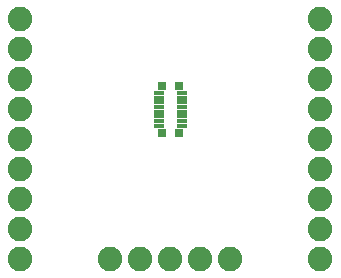
<source format=gts>
G04 EAGLE Gerber X2 export*
G75*
%MOIN*%
%FSLAX24Y24*%
%LPD*%
%AMOC8*
5,1,8,0,0,1.08239X$1,22.5*%
G01*
%ADD10C,0.082000*%
%ADD11R,0.037528X0.017055*%
%ADD12R,0.031622X0.025323*%


D10*
X2000Y10000D03*
X2000Y9000D03*
X2000Y8000D03*
X2000Y7000D03*
X2000Y6000D03*
X2000Y5000D03*
X2000Y4000D03*
X2000Y3000D03*
X2000Y2000D03*
X12000Y10000D03*
X12000Y9000D03*
X12000Y8000D03*
X12000Y7000D03*
X12000Y6000D03*
X12000Y5000D03*
X12000Y4000D03*
X12000Y3000D03*
X12000Y2000D03*
X5000Y2000D03*
X6000Y2000D03*
X7000Y2000D03*
X8000Y2000D03*
X9000Y2000D03*
D11*
X6606Y6438D03*
X6606Y6595D03*
X6606Y6753D03*
X6606Y6910D03*
X6606Y7068D03*
X6606Y7225D03*
X6606Y7383D03*
X6606Y7540D03*
X7394Y6438D03*
X7394Y6595D03*
X7394Y6753D03*
X7394Y6910D03*
X7394Y7068D03*
X7394Y7225D03*
X7394Y7383D03*
X7394Y7540D03*
D12*
X7276Y6214D03*
X6724Y6214D03*
X6724Y7765D03*
X7276Y7765D03*
M02*

</source>
